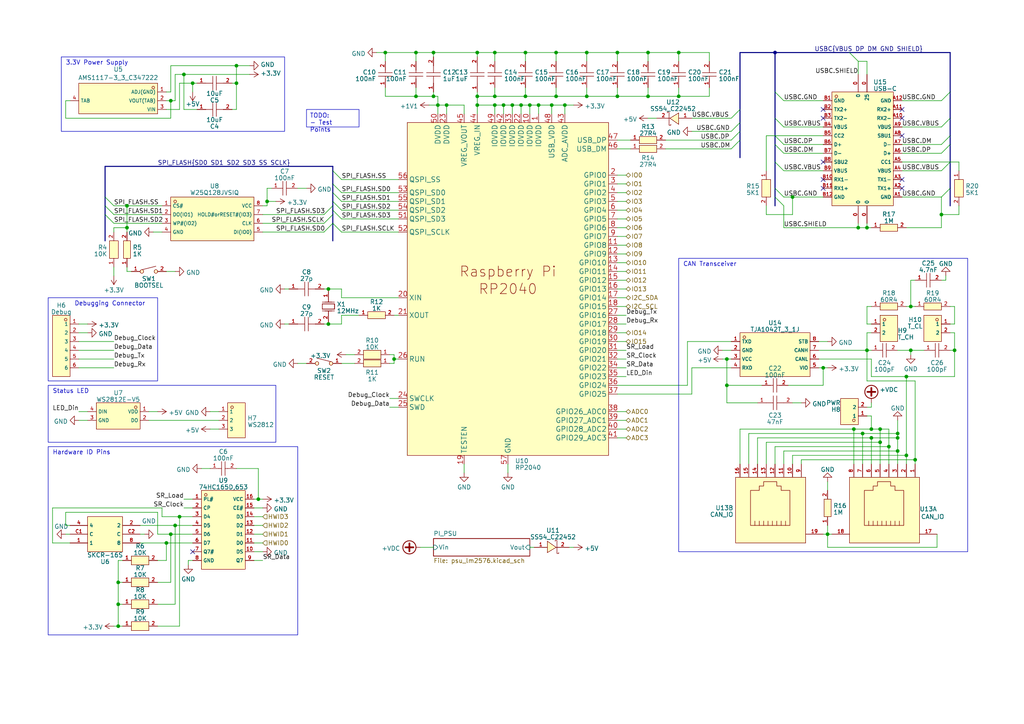
<source format=kicad_sch>
(kicad_sch (version 20230121) (generator eeschema)
  (paper "A4")
  (title_block (title "Pi RP2040 MCU") (date "2024-01-10") (rev "0") (company "DrinkRobotics") (comment 1 "https://git.xythobuz.de/thomas/Dispensy") (comment 3 "PCB Thickness: 1mm") (comment 4 "DRAFT DRAFT DRAFT DRAFT DRAFT"))
  (junction (at 129.54 30.48))
  (junction (at 125.73 15.24))
  (junction (at 152.4 27.94))
  (junction (at 179.07 15.24))
  (junction (at 52.07 149.86))
  (junction (at 170.18 15.24))
  (junction (at 68.58 24.13))
  (junction (at 53.34 21.59))
  (junction (at 276.86 101.6))
  (junction (at 179.07 27.94))
  (junction (at 114.3 104.14))
  (junction (at 77.47 58.42))
  (junction (at 260.35 130.81))
  (junction (at 55.88 24.13))
  (junction (at 255.27 124.46))
  (junction (at 125.73 27.94))
  (junction (at 248.92 66.04))
  (junction (at 146.05 30.48))
  (junction (at 262.89 132.08))
  (junction (at 138.43 30.48))
  (junction (at 250.19 125.73))
  (junction (at 151.13 30.48))
  (junction (at 252.73 127))
  (junction (at 187.96 27.94))
  (junction (at 163.83 30.48))
  (junction (at 251.46 101.6))
  (junction (at 160.02 30.48))
  (junction (at 247.65 124.46))
  (junction (at 252.73 124.46))
  (junction (at 34.29 181.61))
  (junction (at 74.93 144.78))
  (junction (at 251.46 66.04))
  (junction (at 187.96 15.24))
  (junction (at 161.29 15.24))
  (junction (at 143.51 30.48))
  (junction (at 170.18 27.94))
  (junction (at 264.16 88.9))
  (junction (at 143.51 27.94))
  (junction (at 156.21 30.48))
  (junction (at 273.05 62.23))
  (junction (at 68.58 19.05))
  (junction (at 36.83 59.69))
  (junction (at 238.76 106.68))
  (junction (at 48.26 157.48))
  (junction (at 49.53 29.21))
  (junction (at 196.85 15.24))
  (junction (at 265.43 133.35))
  (junction (at 264.16 101.6))
  (junction (at 262.89 109.22))
  (junction (at 196.85 27.94))
  (junction (at 161.29 27.94))
  (junction (at 95.25 83.82))
  (junction (at 95.25 93.98))
  (junction (at 138.43 27.94))
  (junction (at 50.8 152.4))
  (junction (at 111.76 15.24))
  (junction (at 152.4 15.24))
  (junction (at 34.29 168.91))
  (junction (at 36.83 66.04))
  (junction (at 210.82 111.76))
  (junction (at 224.79 15.24))
  (junction (at 260.35 125.73))
  (junction (at 240.03 154.94))
  (junction (at 255.27 128.27))
  (junction (at 49.53 154.94))
  (junction (at 257.81 129.54))
  (junction (at 143.51 15.24))
  (junction (at 153.67 30.48))
  (junction (at 127 30.48))
  (junction (at 210.82 104.14))
  (junction (at 120.65 15.24))
  (junction (at 229.87 57.15))
  (junction (at 138.43 15.24))
  (junction (at 260.35 127))
  (junction (at 148.59 30.48))
  (junction (at 34.29 175.26))
  (junction (at 120.65 27.94))
  (no_connect (at 238.76 46.99))
  (no_connect (at 238.76 54.61))
  (no_connect (at 238.76 31.75))
  (no_connect (at 55.88 160.02))
  (no_connect (at 261.62 52.07))
  (no_connect (at 238.76 34.29))
  (no_connect (at 261.62 31.75))
  (no_connect (at 261.62 34.29))
  (no_connect (at 261.62 54.61))
  (no_connect (at 238.76 52.07))
  (no_connect (at 261.62 39.37))
  (bus_entry (at 275.59 54.61) (size -2.54 2.54))
  (bus_entry (at 30.48 62.23) (size 2.54 2.54))
  (bus_entry (at 275.59 26.67) (size -2.54 2.54))
  (bus_entry (at 214.63 40.64) (size -2.54 2.54))
  (bus_entry (at 224.79 41.91) (size 2.54 2.54))
  (bus_entry (at 214.63 35.56) (size -2.54 2.54))
  (bus_entry (at 96.52 55.88) (size 2.54 2.54))
  (bus_entry (at 30.48 59.69) (size 2.54 2.54))
  (bus_entry (at 224.79 54.61) (size 2.54 2.54))
  (bus_entry (at 96.52 64.77) (size 2.54 2.54))
  (bus_entry (at 224.79 26.67) (size 2.54 2.54))
  (bus_entry (at 96.52 58.42) (size 2.54 2.54))
  (bus_entry (at 96.52 64.77) (size -2.54 2.54))
  (bus_entry (at 275.59 46.99) (size -2.54 2.54))
  (bus_entry (at 224.79 34.29) (size 2.54 2.54))
  (bus_entry (at 275.59 39.37) (size -2.54 2.54))
  (bus_entry (at 96.52 59.69) (size -2.54 2.54))
  (bus_entry (at 224.79 39.37) (size 2.54 2.54))
  (bus_entry (at 275.59 34.29) (size -2.54 2.54))
  (bus_entry (at 96.52 60.96) (size 2.54 2.54))
  (bus_entry (at 30.48 57.15) (size 2.54 2.54))
  (bus_entry (at 96.52 49.53) (size 2.54 2.54))
  (bus_entry (at 275.59 41.91) (size -2.54 2.54))
  (bus_entry (at 214.63 31.75) (size -2.54 2.54))
  (bus_entry (at 96.52 53.34) (size 2.54 2.54))
  (bus_entry (at 224.79 57.15) (size 2.54 2.54))
  (bus_entry (at 96.52 62.23) (size -2.54 2.54))
  (bus_entry (at 246.38 15.24) (size 2.54 2.54))
  (bus_entry (at 214.63 38.1) (size -2.54 2.54))
  (bus_entry (at 224.79 46.99) (size 2.54 2.54))
  (bus (pts (xy 96.52 64.77) (xy 96.52 69.85)))
  (wire (pts (xy 22.86 99.06) (xy 33.02 99.06)))
  (wire (pts (xy 52.07 24.13) (xy 55.88 24.13)))
  (wire (pts (xy 229.87 134.62) (xy 229.87 132.08)))
  (wire (pts (xy 99.06 67.31) (xy 115.57 67.31)))
  (wire (pts (xy 52.07 31.75) (xy 52.07 24.13)))
  (wire (pts (xy 262.89 109.22) (xy 276.86 109.22)))
  (wire (pts (xy 114.3 91.44) (xy 115.57 91.44)))
  (wire (pts (xy 196.85 15.24) (xy 196.85 17.78)))
  (wire (pts (xy 227.33 130.81) (xy 260.35 130.81)))
  (wire (pts (xy 143.51 30.48) (xy 143.51 33.02)))
  (wire (pts (xy 25.4 121.92) (xy 22.86 121.92)))
  (wire (pts (xy 163.83 30.48) (xy 166.37 30.48)))
  (wire (pts (xy 22.86 104.14) (xy 33.02 104.14)))
  (wire (pts (xy 143.51 30.48) (xy 146.05 30.48)))
  (wire (pts (xy 278.13 62.23) (xy 273.05 62.23)))
  (wire (pts (xy 36.83 78.74) (xy 38.1 78.74)))
  (wire (pts (xy 45.72 148.59) (xy 45.72 154.94)))
  (wire (pts (xy 125.73 15.24) (xy 120.65 15.24)))
  (bus (pts (xy 214.63 15.24) (xy 214.63 31.75)))
  (wire (pts (xy 217.17 125.73) (xy 250.19 125.73)))
  (wire (pts (xy 252.73 109.22) (xy 262.89 109.22)))
  (wire (pts (xy 264.16 101.6) (xy 267.97 101.6)))
  (wire (pts (xy 55.88 24.13) (xy 57.15 24.13)))
  (wire (pts (xy 146.05 33.02) (xy 146.05 30.48)))
  (wire (pts (xy 227.33 36.83) (xy 238.76 36.83)))
  (wire (pts (xy 153.67 158.75) (xy 154.94 158.75)))
  (wire (pts (xy 205.74 15.24) (xy 205.74 17.78)))
  (bus (pts (xy 275.59 15.24) (xy 275.59 26.67)))
  (wire (pts (xy 48.26 78.74) (xy 50.8 78.74)))
  (wire (pts (xy 179.07 53.34) (xy 181.61 53.34)))
  (wire (pts (xy 278.13 59.69) (xy 278.13 62.23)))
  (wire (pts (xy 220.98 111.76) (xy 210.82 111.76)))
  (wire (pts (xy 19.05 152.4) (xy 19.05 148.59)))
  (wire (pts (xy 15.24 157.48) (xy 15.24 147.32)))
  (wire (pts (xy 95.25 83.82) (xy 99.06 83.82)))
  (wire (pts (xy 143.51 27.94) (xy 152.4 27.94)))
  (wire (pts (xy 179.07 93.98) (xy 181.61 93.98)))
  (wire (pts (xy 161.29 15.24) (xy 161.29 17.78)))
  (wire (pts (xy 40.64 152.4) (xy 50.8 152.4)))
  (wire (pts (xy 43.18 121.92) (xy 63.5 121.92)))
  (wire (pts (xy 200.66 114.3) (xy 200.66 106.68)))
  (wire (pts (xy 227.33 29.21) (xy 238.76 29.21)))
  (bus (pts (xy 224.79 15.24) (xy 214.63 15.24)))
  (wire (pts (xy 151.13 30.48) (xy 153.67 30.48)))
  (wire (pts (xy 99.06 63.5) (xy 115.57 63.5)))
  (wire (pts (xy 248.92 64.77) (xy 248.92 66.04)))
  (wire (pts (xy 22.86 96.52) (xy 25.4 96.52)))
  (wire (pts (xy 127 33.02) (xy 127 30.48)))
  (bus (pts (xy 96.52 59.69) (xy 96.52 60.96)))
  (wire (pts (xy 222.25 134.62) (xy 222.25 128.27)))
  (wire (pts (xy 227.33 59.69) (xy 227.33 66.04)))
  (bus (pts (xy 96.52 53.34) (xy 96.52 55.88)))
  (wire (pts (xy 196.85 27.94) (xy 205.74 27.94)))
  (wire (pts (xy 179.07 101.6) (xy 181.61 101.6)))
  (wire (pts (xy 179.07 27.94) (xy 187.96 27.94)))
  (wire (pts (xy 179.07 86.36) (xy 181.61 86.36)))
  (bus (pts (xy 96.52 48.26) (xy 30.48 48.26)))
  (wire (pts (xy 127 27.94) (xy 127 30.48)))
  (wire (pts (xy 210.82 111.76) (xy 210.82 104.14)))
  (wire (pts (xy 265.43 133.35) (xy 265.43 134.62)))
  (wire (pts (xy 121.92 158.75) (xy 125.73 158.75)))
  (wire (pts (xy 57.15 31.75) (xy 53.34 31.75)))
  (bus (pts (xy 96.52 49.53) (xy 96.52 53.34)))
  (wire (pts (xy 78.74 54.61) (xy 77.47 54.61)))
  (wire (pts (xy 260.35 125.73) (xy 260.35 127)))
  (wire (pts (xy 222.25 49.53) (xy 222.25 39.37)))
  (wire (pts (xy 179.07 68.58) (xy 181.61 68.58)))
  (wire (pts (xy 179.07 124.46) (xy 181.61 124.46)))
  (bus (pts (xy 275.59 46.99) (xy 275.59 54.61)))
  (wire (pts (xy 179.07 15.24) (xy 179.07 17.78)))
  (wire (pts (xy 252.73 96.52) (xy 251.46 96.52)))
  (wire (pts (xy 187.96 27.94) (xy 196.85 27.94)))
  (wire (pts (xy 219.71 134.62) (xy 219.71 127)))
  (bus (pts (xy 224.79 15.24) (xy 246.38 15.24)))
  (wire (pts (xy 179.07 63.5) (xy 181.61 63.5)))
  (wire (pts (xy 152.4 25.4) (xy 152.4 27.94)))
  (wire (pts (xy 257.81 129.54) (xy 257.81 124.46)))
  (wire (pts (xy 134.62 30.48) (xy 129.54 30.48)))
  (wire (pts (xy 34.29 175.26) (xy 34.29 181.61)))
  (wire (pts (xy 222.25 128.27) (xy 255.27 128.27)))
  (wire (pts (xy 73.66 157.48) (xy 76.2 157.48)))
  (wire (pts (xy 199.39 99.06) (xy 212.09 99.06)))
  (wire (pts (xy 227.33 49.53) (xy 238.76 49.53)))
  (wire (pts (xy 73.66 147.32) (xy 76.2 147.32)))
  (wire (pts (xy 179.07 127) (xy 181.61 127)))
  (wire (pts (xy 50.8 152.4) (xy 55.88 152.4)))
  (wire (pts (xy 19.05 154.94) (xy 20.32 154.94)))
  (wire (pts (xy 261.62 29.21) (xy 273.05 29.21)))
  (wire (pts (xy 229.87 116.84) (xy 232.41 116.84)))
  (wire (pts (xy 34.29 162.56) (xy 34.29 168.91)))
  (wire (pts (xy 179.07 25.4) (xy 179.07 27.94)))
  (wire (pts (xy 111.76 27.94) (xy 120.65 27.94)))
  (wire (pts (xy 227.33 57.15) (xy 229.87 57.15)))
  (wire (pts (xy 20.32 29.21) (xy 19.05 29.21)))
  (bus (pts (xy 30.48 62.23) (xy 30.48 69.85)))
  (wire (pts (xy 148.59 30.48) (xy 151.13 30.48)))
  (bus (pts (xy 224.79 54.61) (xy 224.79 46.99)))
  (wire (pts (xy 224.79 39.37) (xy 238.76 39.37)))
  (wire (pts (xy 222.25 59.69) (xy 222.25 62.23)))
  (wire (pts (xy 99.06 60.96) (xy 115.57 60.96)))
  (wire (pts (xy 48.26 157.48) (xy 55.88 157.48)))
  (wire (pts (xy 53.34 144.78) (xy 55.88 144.78)))
  (bus (pts (xy 275.59 54.61) (xy 275.59 59.69)))
  (wire (pts (xy 210.82 116.84) (xy 210.82 111.76)))
  (wire (pts (xy 152.4 27.94) (xy 161.29 27.94)))
  (wire (pts (xy 261.62 36.83) (xy 273.05 36.83)))
  (wire (pts (xy 271.78 154.94) (xy 271.78 158.75)))
  (wire (pts (xy 247.65 124.46) (xy 247.65 134.62)))
  (wire (pts (xy 33.02 64.77) (xy 46.99 64.77)))
  (wire (pts (xy 36.83 59.69) (xy 46.99 59.69)))
  (wire (pts (xy 35.56 181.61) (xy 34.29 181.61)))
  (wire (pts (xy 33.02 62.23) (xy 46.99 62.23)))
  (wire (pts (xy 68.58 135.89) (xy 74.93 135.89)))
  (wire (pts (xy 260.35 121.92) (xy 260.35 125.73)))
  (wire (pts (xy 238.76 154.94) (xy 240.03 154.94)))
  (wire (pts (xy 68.58 19.05) (xy 72.39 19.05)))
  (wire (pts (xy 240.03 154.94) (xy 241.3 154.94)))
  (wire (pts (xy 261.62 44.45) (xy 273.05 44.45)))
  (wire (pts (xy 77.47 58.42) (xy 77.47 59.69)))
  (wire (pts (xy 252.73 104.14) (xy 252.73 109.22)))
  (wire (pts (xy 273.05 66.04) (xy 273.05 62.23)))
  (wire (pts (xy 113.03 102.87) (xy 114.3 102.87)))
  (wire (pts (xy 187.96 15.24) (xy 187.96 17.78)))
  (wire (pts (xy 36.83 59.69) (xy 36.83 66.04)))
  (bus (pts (xy 275.59 26.67) (xy 275.59 34.29)))
  (wire (pts (xy 251.46 101.6) (xy 251.46 110.49)))
  (wire (pts (xy 153.67 30.48) (xy 153.67 33.02)))
  (wire (pts (xy 193.04 40.64) (xy 212.09 40.64)))
  (wire (pts (xy 209.55 104.14) (xy 210.82 104.14)))
  (wire (pts (xy 113.03 118.11) (xy 115.57 118.11)))
  (wire (pts (xy 271.78 158.75) (xy 240.03 158.75)))
  (bus (pts (xy 214.63 40.64) (xy 214.63 45.72)))
  (wire (pts (xy 196.85 25.4) (xy 196.85 27.94)))
  (wire (pts (xy 200.66 106.68) (xy 212.09 106.68)))
  (wire (pts (xy 170.18 25.4) (xy 170.18 27.94)))
  (bus (pts (xy 30.48 59.69) (xy 30.48 62.23)))
  (bus (pts (xy 275.59 34.29) (xy 275.59 39.37)))
  (bus (pts (xy 224.79 46.99) (xy 224.79 41.91)))
  (wire (pts (xy 276.86 96.52) (xy 276.86 101.6)))
  (wire (pts (xy 170.18 27.94) (xy 179.07 27.94)))
  (wire (pts (xy 275.59 101.6) (xy 276.86 101.6)))
  (wire (pts (xy 36.83 77.47) (xy 36.83 78.74)))
  (wire (pts (xy 48.26 31.75) (xy 52.07 31.75)))
  (wire (pts (xy 222.25 62.23) (xy 229.87 62.23)))
  (wire (pts (xy 33.02 77.47) (xy 33.02 80.01)))
  (wire (pts (xy 46.99 149.86) (xy 52.07 149.86)))
  (wire (pts (xy 34.29 168.91) (xy 35.56 168.91)))
  (wire (pts (xy 77.47 54.61) (xy 77.47 58.42)))
  (wire (pts (xy 148.59 30.48) (xy 148.59 33.02)))
  (wire (pts (xy 134.62 134.62) (xy 134.62 137.16)))
  (wire (pts (xy 45.72 181.61) (xy 52.07 181.61)))
  (wire (pts (xy 152.4 15.24) (xy 152.4 17.78)))
  (wire (pts (xy 113.03 105.41) (xy 114.3 105.41)))
  (wire (pts (xy 273.05 62.23) (xy 273.05 57.15)))
  (wire (pts (xy 48.26 162.56) (xy 48.26 157.48)))
  (wire (pts (xy 238.76 111.76) (xy 238.76 106.68)))
  (wire (pts (xy 45.72 119.38) (xy 43.18 119.38)))
  (wire (pts (xy 22.86 93.98) (xy 25.4 93.98)))
  (wire (pts (xy 114.3 104.14) (xy 115.57 104.14)))
  (wire (pts (xy 68.58 24.13) (xy 68.58 19.05)))
  (wire (pts (xy 251.46 66.04) (xy 252.73 66.04)))
  (wire (pts (xy 179.07 60.96) (xy 181.61 60.96)))
  (wire (pts (xy 161.29 27.94) (xy 170.18 27.94)))
  (wire (pts (xy 127 30.48) (xy 129.54 30.48)))
  (wire (pts (xy 22.86 101.6) (xy 33.02 101.6)))
  (wire (pts (xy 99.06 58.42) (xy 115.57 58.42)))
  (wire (pts (xy 252.73 127) (xy 260.35 127)))
  (wire (pts (xy 48.26 26.67) (xy 49.53 26.67)))
  (wire (pts (xy 170.18 15.24) (xy 170.18 17.78)))
  (wire (pts (xy 88.9 105.41) (xy 86.36 105.41)))
  (wire (pts (xy 170.18 15.24) (xy 179.07 15.24)))
  (wire (pts (xy 111.76 17.78) (xy 111.76 15.24)))
  (wire (pts (xy 251.46 21.59) (xy 251.46 17.78)))
  (wire (pts (xy 179.07 71.12) (xy 181.61 71.12)))
  (wire (pts (xy 237.49 99.06) (xy 240.03 99.06)))
  (wire (pts (xy 250.19 125.73) (xy 250.19 134.62)))
  (wire (pts (xy 77.47 58.42) (xy 80.01 58.42)))
  (wire (pts (xy 260.35 130.81) (xy 260.35 134.62)))
  (wire (pts (xy 275.59 96.52) (xy 276.86 96.52)))
  (wire (pts (xy 60.96 124.46) (xy 63.5 124.46)))
  (wire (pts (xy 257.81 129.54) (xy 257.81 134.62)))
  (wire (pts (xy 238.76 106.68) (xy 240.03 106.68)))
  (wire (pts (xy 224.79 134.62) (xy 224.79 129.54)))
  (wire (pts (xy 76.2 67.31) (xy 93.98 67.31)))
  (wire (pts (xy 179.07 73.66) (xy 181.61 73.66)))
  (wire (pts (xy 193.04 43.18) (xy 212.09 43.18)))
  (wire (pts (xy 49.53 29.21) (xy 50.8 29.21)))
  (wire (pts (xy 138.43 30.48) (xy 143.51 30.48)))
  (wire (pts (xy 125.73 15.24) (xy 138.43 15.24)))
  (wire (pts (xy 187.96 25.4) (xy 187.96 27.94)))
  (wire (pts (xy 214.63 134.62) (xy 214.63 124.46)))
  (bus (pts (xy 96.52 48.26) (xy 96.52 49.53)))
  (wire (pts (xy 251.46 120.65) (xy 252.73 120.65)))
  (wire (pts (xy 156.21 30.48) (xy 160.02 30.48)))
  (wire (pts (xy 138.43 33.02) (xy 138.43 30.48)))
  (wire (pts (xy 260.35 101.6) (xy 264.16 101.6)))
  (wire (pts (xy 40.64 157.48) (xy 48.26 157.48)))
  (wire (pts (xy 179.07 43.18) (xy 182.88 43.18)))
  (wire (pts (xy 74.93 135.89) (xy 74.93 144.78)))
  (bus (pts (xy 224.79 41.91) (xy 224.79 39.37)))
  (wire (pts (xy 35.56 162.56) (xy 34.29 162.56)))
  (wire (pts (xy 251.46 101.6) (xy 252.73 101.6)))
  (wire (pts (xy 76.2 64.77) (xy 93.98 64.77)))
  (wire (pts (xy 260.35 127) (xy 260.35 130.81)))
  (wire (pts (xy 237.49 104.14) (xy 252.73 104.14)))
  (wire (pts (xy 187.96 34.29) (xy 190.5 34.29)))
  (wire (pts (xy 251.46 88.9) (xy 251.46 93.98)))
  (wire (pts (xy 161.29 25.4) (xy 161.29 27.94)))
  (wire (pts (xy 73.66 144.78) (xy 74.93 144.78)))
  (wire (pts (xy 179.07 15.24) (xy 187.96 15.24)))
  (wire (pts (xy 251.46 96.52) (xy 251.46 101.6)))
  (wire (pts (xy 45.72 154.94) (xy 49.53 154.94)))
  (wire (pts (xy 49.53 34.29) (xy 49.53 29.21)))
  (bus (pts (xy 96.52 60.96) (xy 96.52 62.23)))
  (wire (pts (xy 219.71 116.84) (xy 210.82 116.84)))
  (wire (pts (xy 179.07 76.2) (xy 181.61 76.2)))
  (wire (pts (xy 99.06 91.44) (xy 104.14 91.44)))
  (wire (pts (xy 219.71 127) (xy 252.73 127)))
  (wire (pts (xy 19.05 34.29) (xy 49.53 34.29)))
  (bus (pts (xy 224.79 57.15) (xy 224.79 54.61)))
  (wire (pts (xy 196.85 15.24) (xy 205.74 15.24)))
  (wire (pts (xy 199.39 111.76) (xy 199.39 99.06)))
  (bus (pts (xy 214.63 31.75) (xy 214.63 35.56)))
  (wire (pts (xy 200.66 38.1) (xy 212.09 38.1)))
  (wire (pts (xy 255.27 128.27) (xy 255.27 134.62)))
  (wire (pts (xy 124.46 30.48) (xy 127 30.48)))
  (wire (pts (xy 52.07 181.61) (xy 52.07 149.86)))
  (wire (pts (xy 93.98 93.98) (xy 95.25 93.98)))
  (wire (pts (xy 138.43 26.67) (xy 138.43 27.94)))
  (wire (pts (xy 261.62 49.53) (xy 273.05 49.53)))
  (wire (pts (xy 163.83 33.02) (xy 163.83 30.48)))
  (wire (pts (xy 138.43 15.24) (xy 143.51 15.24)))
  (wire (pts (xy 52.07 149.86) (xy 55.88 149.86)))
  (wire (pts (xy 99.06 55.88) (xy 115.57 55.88)))
  (wire (pts (xy 179.07 40.64) (xy 182.88 40.64)))
  (wire (pts (xy 151.13 30.48) (xy 151.13 33.02)))
  (wire (pts (xy 76.2 62.23) (xy 93.98 62.23)))
  (wire (pts (xy 276.86 93.98) (xy 275.59 93.98)))
  (wire (pts (xy 68.58 31.75) (xy 68.58 24.13)))
  (wire (pts (xy 99.06 93.98) (xy 99.06 91.44)))
  (wire (pts (xy 209.55 101.6) (xy 212.09 101.6)))
  (wire (pts (xy 247.65 124.46) (xy 252.73 124.46)))
  (wire (pts (xy 33.02 181.61) (xy 34.29 181.61)))
  (wire (pts (xy 210.82 104.14) (xy 212.09 104.14)))
  (wire (pts (xy 237.49 106.68) (xy 238.76 106.68)))
  (wire (pts (xy 252.73 118.11) (xy 252.73 116.84)))
  (wire (pts (xy 49.53 168.91) (xy 49.53 154.94)))
  (wire (pts (xy 99.06 83.82) (xy 99.06 86.36)))
  (wire (pts (xy 274.32 81.28) (xy 274.32 80.01)))
  (wire (pts (xy 264.16 81.28) (xy 264.16 88.9)))
  (wire (pts (xy 54.61 162.56) (xy 54.61 163.83)))
  (wire (pts (xy 265.43 110.49) (xy 265.43 133.35)))
  (wire (pts (xy 120.65 25.4) (xy 120.65 27.94)))
  (wire (pts (xy 93.98 83.82) (xy 95.25 83.82)))
  (wire (pts (xy 73.66 149.86) (xy 76.2 149.86)))
  (wire (pts (xy 179.07 121.92) (xy 181.61 121.92)))
  (wire (pts (xy 60.96 119.38) (xy 63.5 119.38)))
  (wire (pts (xy 227.33 44.45) (xy 238.76 44.45)))
  (wire (pts (xy 179.07 50.8) (xy 181.61 50.8)))
  (wire (pts (xy 248.92 66.04) (xy 251.46 66.04)))
  (wire (pts (xy 179.07 91.44) (xy 181.61 91.44)))
  (wire (pts (xy 55.88 26.67) (xy 55.88 24.13)))
  (wire (pts (xy 275.59 88.9) (xy 276.86 88.9)))
  (wire (pts (xy 22.86 119.38) (xy 25.4 119.38)))
  (wire (pts (xy 161.29 15.24) (xy 170.18 15.24)))
  (wire (pts (xy 40.64 154.94) (xy 41.91 154.94)))
  (wire (pts (xy 46.99 147.32) (xy 46.99 149.86)))
  (wire (pts (xy 179.07 83.82) (xy 181.61 83.82)))
  (wire (pts (xy 45.72 175.26) (xy 50.8 175.26)))
  (wire (pts (xy 138.43 27.94) (xy 143.51 27.94)))
  (wire (pts (xy 240.03 158.75) (xy 240.03 154.94)))
  (wire (pts (xy 251.46 110.49) (xy 265.43 110.49)))
  (wire (pts (xy 179.07 81.28) (xy 181.61 81.28)))
  (wire (pts (xy 95.25 93.98) (xy 99.06 93.98)))
  (wire (pts (xy 237.49 101.6) (xy 251.46 101.6)))
  (wire (pts (xy 147.32 134.62) (xy 147.32 137.16)))
  (wire (pts (xy 109.22 15.24) (xy 111.76 15.24)))
  (wire (pts (xy 222.25 39.37) (xy 224.79 39.37)))
  (bus (pts (xy 246.38 15.24) (xy 275.59 15.24)))
  (wire (pts (xy 73.66 162.56) (xy 76.2 162.56)))
  (wire (pts (xy 251.46 93.98) (xy 252.73 93.98)))
  (wire (pts (xy 278.13 49.53) (xy 278.13 46.99)))
  (wire (pts (xy 44.45 67.31) (xy 46.99 67.31)))
  (wire (pts (xy 153.67 30.48) (xy 156.21 30.48)))
  (wire (pts (xy 53.34 147.32) (xy 55.88 147.32)))
  (wire (pts (xy 152.4 15.24) (xy 161.29 15.24)))
  (wire (pts (xy 179.07 96.52) (xy 181.61 96.52)))
  (wire (pts (xy 19.05 148.59) (xy 45.72 148.59)))
  (bus (pts (xy 214.63 35.56) (xy 214.63 38.1)))
  (bus (pts (xy 96.52 58.42) (xy 96.52 59.69)))
  (wire (pts (xy 232.41 133.35) (xy 265.43 133.35)))
  (wire (pts (xy 111.76 15.24) (xy 120.65 15.24)))
  (wire (pts (xy 55.88 162.56) (xy 54.61 162.56)))
  (wire (pts (xy 187.96 15.24) (xy 196.85 15.24)))
  (wire (pts (xy 229.87 62.23) (xy 229.87 57.15)))
  (wire (pts (xy 82.55 83.82) (xy 83.82 83.82)))
  (wire (pts (xy 125.73 16.51) (xy 125.73 15.24)))
  (wire (pts (xy 160.02 30.48) (xy 160.02 33.02)))
  (wire (pts (xy 50.8 21.59) (xy 50.8 29.21)))
  (wire (pts (xy 19.05 29.21) (xy 19.05 34.29)))
  (bus (pts (xy 30.48 48.26) (xy 30.48 57.15)))
  (wire (pts (xy 248.92 17.78) (xy 251.46 17.78)))
  (wire (pts (xy 143.51 15.24) (xy 143.51 17.78)))
  (wire (pts (xy 276.86 88.9) (xy 276.86 93.98)))
  (wire (pts (xy 252.73 127) (xy 252.73 134.62)))
  (wire (pts (xy 49.53 154.94) (xy 55.88 154.94)))
  (bus (pts (xy 224.79 59.69) (xy 224.79 57.15)))
  (wire (pts (xy 227.33 41.91) (xy 238.76 41.91)))
  (wire (pts (xy 179.07 66.04) (xy 181.61 66.04)))
  (wire (pts (xy 232.41 134.62) (xy 232.41 133.35)))
  (bus (pts (xy 275.59 41.91) (xy 275.59 46.99)))
  (wire (pts (xy 49.53 19.05) (xy 68.58 19.05)))
  (wire (pts (xy 114.3 105.41) (xy 114.3 104.14)))
  (wire (pts (xy 240.03 152.4) (xy 240.03 154.94)))
  (wire (pts (xy 15.24 147.32) (xy 46.99 147.32)))
  (wire (pts (xy 228.6 111.76) (xy 238.76 111.76)))
  (wire (pts (xy 67.31 24.13) (xy 68.58 24.13)))
  (wire (pts (xy 160.02 30.48) (xy 163.83 30.48)))
  (wire (pts (xy 125.73 27.94) (xy 125.73 26.67)))
  (wire (pts (xy 73.66 160.02) (xy 76.2 160.02)))
  (wire (pts (xy 113.03 115.57) (xy 115.57 115.57)))
  (wire (pts (xy 36.83 66.04) (xy 36.83 67.31)))
  (wire (pts (xy 262.89 109.22) (xy 262.89 132.08)))
  (wire (pts (xy 261.62 57.15) (xy 273.05 57.15)))
  (wire (pts (xy 33.02 67.31) (xy 33.02 66.04)))
  (wire (pts (xy 114.3 102.87) (xy 114.3 104.14)))
  (bus (pts (xy 275.59 39.37) (xy 275.59 41.91)))
  (wire (pts (xy 255.27 124.46) (xy 255.27 128.27)))
  (wire (pts (xy 265.43 81.28) (xy 264.16 81.28)))
  (bus (pts (xy 30.48 57.15) (xy 30.48 59.69)))
  (wire (pts (xy 261.62 41.91) (xy 273.05 41.91)))
  (wire (pts (xy 86.36 54.61) (xy 88.9 54.61)))
  (wire (pts (xy 67.31 31.75) (xy 68.58 31.75)))
  (wire (pts (xy 179.07 111.76) (xy 199.39 111.76)))
  (wire (pts (xy 261.62 46.99) (xy 275.59 46.99)))
  (bus (pts (xy 224.79 15.24) (xy 224.79 26.67)))
  (bus (pts (xy 96.52 55.88) (xy 96.52 58.42)))
  (wire (pts (xy 129.54 30.48) (xy 129.54 33.02)))
  (wire (pts (xy 252.73 124.46) (xy 255.27 124.46)))
  (wire (pts (xy 251.46 64.77) (xy 251.46 66.04)))
  (wire (pts (xy 156.21 30.48) (xy 156.21 33.02)))
  (wire (pts (xy 34.29 175.26) (xy 34.29 168.91)))
  (wire (pts (xy 262.89 88.9) (xy 264.16 88.9)))
  (wire (pts (xy 73.66 154.94) (xy 76.2 154.94)))
  (wire (pts (xy 134.62 33.02) (xy 134.62 30.48)))
  (wire (pts (xy 143.51 15.24) (xy 152.4 15.24)))
  (wire (pts (xy 74.93 144.78) (xy 76.2 144.78)))
  (wire (pts (xy 179.07 58.42) (xy 181.61 58.42)))
  (wire (pts (xy 76.2 59.69) (xy 77.47 59.69)))
  (wire (pts (xy 251.46 118.11) (xy 252.73 118.11)))
  (wire (pts (xy 240.03 139.7) (xy 240.03 142.24)))
  (wire (pts (xy 99.06 86.36) (xy 115.57 86.36)))
  (wire (pts (xy 227.33 134.62) (xy 227.33 130.81)))
  (wire (pts (xy 45.72 168.91) (xy 49.53 168.91)))
  (wire (pts (xy 179.07 106.68) (xy 181.61 106.68)))
  (wire (pts (xy 138.43 16.51) (xy 138.43 15.24)))
  (wire (pts (xy 120.65 27.94) (xy 125.73 27.94)))
  (wire (pts (xy 58.42 135.89) (xy 60.96 135.89)))
  (wire (pts (xy 179.07 114.3) (xy 200.66 114.3)))
  (wire (pts (xy 200.66 34.29) (xy 212.09 34.29)))
  (wire (pts (xy 255.27 124.46) (xy 257.81 124.46)))
  (wire (pts (xy 179.07 104.14) (xy 181.61 104.14)))
  (wire (pts (xy 120.65 15.24) (xy 120.65 17.78)))
  (wire (pts (xy 248.92 17.78) (xy 248.92 21.59)))
  (bus (pts (xy 224.79 39.37) (xy 224.79 34.29)))
  (wire (pts (xy 20.32 152.4) (xy 19.05 152.4)))
  (wire (pts (xy 50.8 175.26) (xy 50.8 152.4)))
  (wire (pts (xy 146.05 30.48) (xy 148.59 30.48)))
  (wire (pts (xy 49.53 29.21) (xy 48.26 29.21)))
  (bus (pts (xy 224.79 34.29) (xy 224.79 26.67)))
  (wire (pts (xy 229.87 132.08) (xy 262.89 132.08)))
  (wire (pts (xy 214.63 124.46) (xy 247.65 124.46)))
  (wire (pts (xy 73.66 152.4) (xy 76.2 152.4)))
  (wire (pts (xy 262.89 132.08) (xy 262.89 134.62)))
  (wire (pts (xy 179.07 55.88) (xy 181.61 55.88)))
  (wire (pts (xy 102.87 105.41) (xy 99.06 105.41)))
  (wire (pts (xy 125.73 27.94) (xy 127 27.94)))
  (wire (pts (xy 264.16 88.9) (xy 265.43 88.9)))
  (wire (pts (xy 165.1 158.75) (xy 166.37 158.75)))
  (wire (pts (xy 179.07 109.22) (xy 181.61 109.22)))
  (wire (pts (xy 20.32 157.48) (xy 15.24 157.48)))
  (wire (pts (xy 99.06 52.07) (xy 115.57 52.07)))
  (wire (pts (xy 250.19 125.73) (xy 260.35 125.73)))
  (wire (pts (xy 33.02 59.69) (xy 36.83 59.69)))
  (wire (pts (xy 229.87 57.15) (xy 238.76 57.15)))
  (wire (pts (xy 53.34 21.59) (xy 72.39 21.59)))
  (wire (pts (xy 35.56 175.26) (xy 34.29 175.26)))
  (bus (pts (xy 96.52 62.23) (xy 96.52 64.77)))
  (wire (pts (xy 224.79 129.54) (xy 257.81 129.54)))
  (wire (pts (xy 252.73 120.65) (xy 252.73 124.46)))
  (wire (pts (xy 273.05 81.28) (xy 274.32 81.28)))
  (bus (pts (xy 214.63 38.1) (xy 214.63 40.64)))
  (wire (pts (xy 275.59 46.99) (xy 278.13 46.99)))
  (wire (pts (xy 276.86 109.22) (xy 276.86 101.6)))
  (wire (pts (xy 100.33 102.87) (xy 102.87 102.87)))
  (wire (pts (xy 82.55 93.98) (xy 83.82 93.98)))
  (wire (pts (xy 22.86 106.68) (xy 33.02 106.68)))
  (wire (pts (xy 179.07 99.06) (xy 181.61 99.06)))
  (wire (pts (xy 205.74 27.94) (xy 205.74 25.4)))
  (wire (pts (xy 53.34 21.59) (xy 53.34 31.75)))
  (wire (pts (xy 262.89 66.04) (xy 273.05 66.04)))
  (wire (pts (xy 49.53 26.67) (xy 49.53 19.05)))
  (wire (pts (xy 50.8 21.59) (xy 53.34 21.59)))
  (wire (pts (xy 227.33 66.04) (xy 248.92 66.04)))
  (wire (pts (xy 111.76 25.4) (xy 111.76 27.94)))
  (wire (pts (xy 264.16 101.6) (xy 264.16 102.87)))
  (wire (pts (xy 179.07 78.74) (xy 181.61 78.74)))
  (wire (pts (xy 138.43 27.94) (xy 138.43 30.48)))
  (wire (pts (xy 143.51 25.4) (xy 143.51 27.94)))
  (wire (pts (xy 179.07 119.38) (xy 181.61 119.38)))
  (wire (pts (xy 179.07 88.9) (xy 181.61 88.9)))
  (wire (pts (xy 33.02 66.04) (xy 36.83 66.04)))
  (wire (pts (xy 252.73 88.9) (xy 251.46 88.9)))
  (wire (pts (xy 45.72 162.56) (xy 48.26 162.56)))
  (wire (pts (xy 217.17 134.62) (xy 217.17 125.73)))
  (rectangle (start 13.97 111.76) (end 80.01 128.27))
  (rectangle (start 13.97 129.54) (end 86.36 184.15))
  (rectangle (start 13.97 86.36) (end 45.72 110.49))
  (rectangle (start 196.85 74.93) (end 280.67 160.02))
  (rectangle (start 17.78 16.51) (end 82.55 38.1))
  (text_box "TODO:\n- Test Points" (at 88.9 31.75 0) (size 15.24 5.08) (effects (font (size 1.27 1.27)) (justify left top)))
  (text "Hardware ID Pins" (at 15.24 132.08 0) (effects (font (size 1.27 1.27)) (justify left bottom)))
  (text "Debugging Connector" (at 21.59 88.9 0) (effects (font (size 1.27 1.27)) (justify left bottom)))
  (text "CAN Transceiver" (at 198.12 77.47 0) (effects (font (size 1.27 1.27)) (justify left bottom)))
  (text "Status LED" (at 15.24 114.3 0) (effects (font (size 1.27 1.27)) (justify left bottom)))
  (text "3.3V Power Supply" (at 19.05 19.05 0) (effects (font (size 1.27 1.27)) (justify left bottom)))
  (label "SPI_FLASH.SD3" (at 99.06 63.5 0))
  (label "SR_Clock" (at 53.34 147.32 180))
  (label "USBC.VBUS" (at 261.62 49.53 0))
  (label "SPI_FLASH.SD2" (at 33.02 64.77 0))
  (label "Debug_Tx" (at 181.61 91.44 0))
  (label "USBC.GND" (at 261.62 57.15 0))
  (label "SPI_FLASH.SS" (at 99.06 52.07 0))
  (label "USBC{VBUS DP DM GND SHIELD}" (at 236.22 15.24 0))
  (label "Debug_Tx" (at 33.02 104.14 0))
  (label "SPI_FLASH.SCLK" (at 99.06 67.31 0))
  (label "SPI_FLASH.SD0" (at 99.06 55.88 0))
  (label "USBC.DP" (at 227.33 41.91 0))
  (label "USBC.GND" (at 227.33 29.21 0))
  (label "Debug_Clock" (at 33.02 99.06 0))
  (label "SPI_FLASH{SD0 SD1 SD2 SD3 SS SCLK}" (at 45.72 48.26 0))
  (label "Debug_Data" (at 33.02 101.6 0))
  (label "SPI_FLASH.SD1" (at 33.02 62.23 0))
  (label "SPI_FLASH.SCLK" (at 78.74 64.77 0))
  (label "USBC.SHIELD" (at 227.33 66.04 0))
  (label "SPI_FLASH.SS" (at 33.02 59.69 0))
  (label "LED_Din" (at 22.86 119.38 180))
  (label "USBC.GND" (at 261.62 29.21 0))
  (label "SPI_FLASH.SD3" (at 80.01 62.23 0))
  (label "USBC.DP" (at 203.2 40.64 0))
  (label "USBC.DM" (at 203.2 43.18 0))
  (label "USBC.VBUS" (at 200.66 34.29 0))
  (label "USBC.VBUS" (at 227.33 36.83 0))
  (label "Debug_Rx" (at 33.02 106.68 0))
  (label "USBC.GND" (at 227.33 57.15 0))
  (label "SR_Load" (at 53.34 144.78 180))
  (label "USBC.GND" (at 201.93 38.1 0))
  (label "Debug_Data" (at 113.03 118.11 180))
  (label "USBC.VBUS" (at 261.62 36.83 0))
  (label "SR_Data" (at 76.2 162.56 0))
  (label "SR_Load" (at 181.61 101.6 0))
  (label "LED_Din" (at 181.61 109.22 0))
  (label "SPI_FLASH.SD2" (at 99.06 60.96 0))
  (label "USBC.DM" (at 261.62 41.91 0))
  (label "USBC.VBUS" (at 227.33 49.53 0))
  (label "Debug_Clock" (at 113.03 115.57 180))
  (label "USBC.DP" (at 261.62 44.45 0))
  (label "SPI_FLASH.SD0" (at 80.01 67.31 0))
  (label "USBC.DM" (at 227.33 44.45 0))
  (label "SR_Data" (at 181.61 106.68 0))
  (label "USBC.SHIELD" (at 248.92 21.59 180))
  (label "SR_Clock" (at 181.61 104.14 0))
  (label "SPI_FLASH.SD1" (at 99.06 58.42 0))
  (label "Debug_Rx" (at 181.61 93.98 0))
  (hierarchical_label "IO8" (shape bidirectional) (at 181.61 71.12 0))
  (hierarchical_label "ADC1" (shape bidirectional) (at 181.61 121.92 0))
  (hierarchical_label "IO4" (shape bidirectional) (at 181.61 60.96 0))
  (hierarchical_label "IO5" (shape bidirectional) (at 181.61 63.5 0))
  (hierarchical_label "ADC2" (shape bidirectional) (at 181.61 124.46 0))
  (hierarchical_label "IO3" (shape bidirectional) (at 181.61 58.42 0))
  (hierarchical_label "IO2" (shape bidirectional) (at 181.61 55.88 0))
  (hierarchical_label "IO0" (shape bidirectional) (at 181.61 50.8 0))
  (hierarchical_label "IO15" (shape bidirectional) (at 181.61 99.06 0))
  (hierarchical_label "ADC3" (shape bidirectional) (at 181.61 127 0))
  (hierarchical_label "HWID0" (shape input) (at 76.2 157.48 0))
  (hierarchical_label "ADC0" (shape bidirectional) (at 181.61 119.38 0))
  (hierarchical_label "IO12" (shape bidirectional) (at 181.61 81.28 0))
  (hierarchical_label "IO6" (shape bidirectional) (at 181.61 66.04 0))
  (hierarchical_label "IO7" (shape bidirectional) (at 181.61 68.58 0))
  (hierarchical_label "I2C_SDA" (shape bidirectional) (at 181.61 86.36 0))
  (hierarchical_label "IO13" (shape bidirectional) (at 181.61 83.82 0))
  (hierarchical_label "IO10" (shape bidirectional) (at 181.61 76.2 0))
  (hierarchical_label "IO14" (shape bidirectional) (at 181.61 96.52 0))
  (hierarchical_label "IO1" (shape bidirectional) (at 181.61 53.34 0))
  (hierarchical_label "IO11" (shape bidirectional) (at 181.61 78.74 0))
  (hierarchical_label "HWID2" (shape input) (at 76.2 152.4 0))
  (hierarchical_label "I2C_SCL" (shape bidirectional) (at 181.61 88.9 0))
  (hierarchical_label "IO9" (shape bidirectional) (at 181.61 73.66 0))
  (hierarchical_label "HWID3" (shape input) (at 76.2 149.86 0))
  (hierarchical_label "HWID1" (shape input) (at 76.2 154.94 0))
  (symbol (lib_id "power:GND") (at 264.16 102.87 0) (unit 1)
    (property "Reference" "#PWR067" (effects hide))
    (property "Value" "GND" (at 264.16 107.0055 0))
  )
  (symbol (lib_id "power:GND") (at 54.61 163.83 0) (unit 1)
    (property "Reference" "#PWR035" (effects hide))
    (property "Value" "GND" (at 54.61 167.9655 0))
  )
  (symbol (lib_id "jlc:C0402C0G270G500NTB") (at 88.9 83.82 0) (unit 1)
    (property "Reference" "C8" (at 88.9 78.9051 0))
    (property "Value" "27p" (at 88.9 80.8261 0))
    (property "Footprint" "jlc_footprints:C0402" (effects hide))
    (property "Datasheet" "https://item.szlcsc.com/15869.html" (effects hide))
    (property "LCSC" "C140675" (effects hide))
    (property "Capacitance" "27pF" (effects hide))
  )
  (symbol (lib_id "power:GND") (at 72.39 19.05 90) (mirror x) (unit 1)
    (property "Reference" "#PWR037" (effects hide))
    (property "Value" "GND" (at 75.565 18.7332 90) (effects (justify right)))
  )
  (symbol (lib_id "power:+3.3V") (at 100.33 102.87 90) (unit 1)
    (property "Reference" "#PWR049" (effects hide))
    (property "Value" "+3.3V" (at 95.885 103.1868 90) (effects (justify left)))
  )
  (symbol (lib_id "jlc:GCM155R71H473KE02J") (at 224.79 116.84 0) (unit 1)
    (property "Reference" "C23" (at 224.79 120.4675 0))
    (property "Value" "47nF" (at 224.79 122.3885 0))
    (property "Footprint" "jlc_footprints:C0402" (effects hide))
    (property "Datasheet" "https://item.szlcsc.com/15869.html" (effects hide))
    (property "LCSC" "C697422" (effects hide))
    (property "Capacitance" "47nF" (effects hide))
  )
  (symbol (lib_id "power:+5V") (at 209.55 104.14 90) (unit 1)
    (property "Reference" "#PWR060" (effects hide))
    (property "Value" "+5V" (at 206.3751 104.4568 90) (effects (justify left)))
  )
  (symbol (lib_id "jlc:WR04X27R4FTL") (at 187.96 40.64 0) (unit 1)
    (property "Reference" "R13" (at 187.96 36.7411 0))
    (property "Value" "27R4" (at 187.96 38.6621 0))
    (property "Footprint" "jlc_footprints:R0402" (effects hide))
    (property "Datasheet" "https://item.szlcsc.com/323315.html" (effects hide))
    (property "LCSC" "C172043" (effects hide))
    (property "Resistance" "27.4Ω" (effects hide))
  )
  (symbol (lib_id "jlc:CC0402KRX7R8BB104") (at 143.51 21.59 90) (unit 1)
    (property "Reference" "C14" (at 146.177 20.9463 90) (effects (justify right)))
    (property "Value" "100nF" (at 146.177 22.8673 90) (effects (justify right)))
    (property "Footprint" "jlc_footprints:C0402" (effects hide))
    (property "Datasheet" "https://item.szlcsc.com/15869.html" (effects hide))
    (property "LCSC" "C105883" (effects hide))
    (property "Capacitance" "100nF" (effects hide))
  )
  (symbol (lib_id "jlc:CR-02FL6---10K") (at 40.64 162.56 0) (unit 1)
    (property "Reference" "R6" (at 40.64 158.4071 0))
    (property "Value" "10K" (at 40.64 160.3281 0))
    (property "Footprint" "jlc_footprints:R0402" (effects hide))
    (property "Datasheet" "https://item.szlcsc.com/323315.html" (effects hide))
    (property "LCSC" "C406733" (effects hide))
    (property "Resistance" "10kΩ" (effects hide))
  )
  (symbol (lib_id "power:GND") (at 76.2 160.02 90) (unit 1)
    (property "Reference" "#PWR043" (effects hide))
    (property "Value" "GND" (at 79.375 160.3368 90) (effects (justify right)))
  )
  (symbol (lib_id "jlc:CR-02FL6---10K") (at 40.64 175.26 0) (unit 1)
    (property "Reference" "R8" (at 40.64 171.1071 0))
    (property "Value" "10K" (at 40.64 173.0281 0))
    (property "Footprint" "jlc_footprints:R0402" (effects hide))
    (property "Datasheet" "https://item.szlcsc.com/323315.html" (effects hide))
    (property "LCSC" "C406733" (effects hide))
    (property "Resistance" "10kΩ" (effects hide))
  )
  (symbol (lib_id "jlc:CC0402KRX7R8BB104") (at 196.85 21.59 90) (unit 1)
    (property "Reference" "C20" (at 199.517 20.9463 90) (effects (justify right)))
    (property "Value" "100nF" (at 199.517 22.8673 90) (effects (justify right)))
    (property "Footprint" "jlc_footprints:C0402" (effects hide))
    (property "Datasheet" "https://item.szlcsc.com/15869.html" (effects hide))
    (property "LCSC" "C105883" (effects hide))
    (property "Capacitance" "100nF" (effects hide))
  )
  (symbol (lib_id "jlc:SS54_C22452") (at 195.58 34.29 0) (unit 1)
    (property "Reference" "U12" (at 195.199 29.6291 0))
    (property "Value" "SS54_C22452" (at 195.199 31.5501 0))
    (property "Footprint" "jlc_footprints:SMA_L4.4-W2.8-LS5.4-R-RD" (effects hide))
    (property "Datasheet" "https://item.szlcsc.com/310096.html" (effects hide))
    (property "LCSC" "C22452" (effects hide))
  )
  (symbol (lib_id "jlc:W25Q128JVSIQ") (at 60.96 63.5 0) (unit 1)
    (property "Reference" "U8" (at 62.23 53.959 0))
    (property "Value" "W25Q128JVSIQ" (at 62.23 55.88 0))
    (property "Footprint" "jlc_footprints:SOIC-8_L5.3-W5.3-P1.27-LS8.0-BL" (effects hide))
    (property "Datasheet" "https://item.szlcsc.com/63461.html" (effects hide))
    (property "LCSC" "C113767" (effects hide))
  )
  (symbol (lib_id "jlc:AC1206FR-0760R4L") (at 270.51 88.9 0) (unit 1)
    (property "Reference" "R19" (at 270.51 85.0011 0))
    (property "Value" "60R4" (at 270.51 86.9221 0))
    (property "Footprint" "jlc_footprints:R1206" (effects hide))
    (property "Datasheet" "https://item.szlcsc.com/311874.html" (effects hide))
    (property "LCSC" "C144481" (effects hide))
    (property "Resistance" "60.4Ω" (effects hide))
  )
  (symbol (lib_id "power:GND") (at 82.55 83.82 270) (unit 1)
    (property "Reference" "#PWR045" (effects hide))
    (property "Value" "GND" (at 79.3751 84.1368 90) (effects (justify right)))
  )
  (symbol (lib_id "jlc:22025403P00CKMT") (at 67.31 121.92 0) (unit 1)
    (property "Reference" "H7" (at 71.755 121.2763 0) (effects (justify left)))
    (property "Value" "WS2812" (at 71.755 123.1973 0) (effects (justify left)))
    (property "Footprint" "jlc_footprints:HDR-TH_3P-P2.54-V-F" (effects hide))
    (property "Datasheet" "https://item.szlcsc.com/562471.html" (effects hide))
    (property "LCSC" "C146690" (effects hide))
  )
  (symbol (lib_id "power:GND") (at 88.9 54.61 90) (unit 1)
    (property "Reference" "#PWR048" (effects hide))
    (property "Value" "GND" (at 92.075 54.9268 90) (effects (justify right)))
  )
  (symbol (lib_id "jlc:Header-Female-2_54_1x6") (at 17.78 100.33 0) (mirror y) (unit 1)
    (property "Reference" "H6" (at 17.78 88.5571 0))
    (property "Value" "Debug" (at 17.78 90.4781 0))
    (property "Footprint" "jlc_footprints:HDR-TH_6P-P2.54-V-F" (effects hide))
    (property "Datasheet" "https://so.szlcsc.com/global.html?c=&k=C40877" (effects hide))
    (property "LCSC" "C40877" (effects hide))
  )
  (symbol (lib_id "jlc:CC0402KRX7R8BB104") (at 205.74 21.59 90) (unit 1)
    (property "Reference" "C21" (at 208.407 20.9463 90) (effects (justify right)))
    (property "Value" "100nF" (at 208.407 22.8673 90) (effects (justify right)))
    (property "Footprint" "jlc_footprints:C0402" (effects hide))
    (property "Datasheet" "https://item.szlcsc.com/15869.html" (effects hide))
    (property "LCSC" "C105883" (effects hide))
    (property "Capacitance" "100nF" (effects hide))
  )
  (symbol (lib_id "power:GND") (at 134.62 137.16 0) (unit 1)
    (property "Reference" "#PWR053" (effects hide))
    (property "Value" "GND" (at 134.62 141.2955 0))
  )
  (symbol (lib_id "power:+3.3V") (at 80.01 58.42 270) (unit 1)
    (property "Reference" "#PWR044" (effects hide))
    (property "Value" "+3.3V" (at 83.185 58.7368 90) (effects (justify left)))
  )
  (symbol (lib_id "power:GND") (at 76.2 147.32 90) (unit 1)
    (property "Reference" "#PWR042" (effects hide))
    (property "Value" "GND" (at 79.375 147.6368 90) (effects (justify right)))
  )
  (symbol (lib_id "jlc:0402X105K160") (at 138.43 21.59 90) (unit 1)
    (property "Reference" "C13" (at 135.7631 20.9463 90) (effects (justify left)))
    (property "Value" "1uF" (at 135.7631 22.8673 90) (effects (justify left)))
    (property "Footprint" "jlc_footprints:C0402" (effects hide))
    (property "Datasheet" "https://item.szlcsc.com/15869.html" (effects hide))
    (property "LCSC" "C83063" (effects hide))
    (property "Capacitance" "1uF" (effects hide))
  )
  (symbol (lib_id "jlc:CC0402JRNPO9BN101") (at 271.78 101.6 0) (unit 1)
    (property "Reference" "C26" (at 271.78 105.2275 0))
    (property "Value" "100pF" (at 271.78 107.1485 0))
    (property "Footprint" "jlc_footprints:C0402" (effects hide))
    (property "Datasheet" "https://item.szlcsc.com/15869.html" (effects hide))
    (property "LCSC" "C106200" (effects hide))
    (property "Capacitance" "100pF" (effects hide))
  )
  (symbol (lib_id "jlc:TCC0603X5R106M100CT") (at 62.23 31.75 270) (mirror x) (unit 1)
    (property "Reference" "C4" (at 62.23 36.6649 90))
    (property "Value" "10uF" (at 62.23 34.7439 90))
    (property "Footprint" "jlc_footprints:C0603" (effects hide))
    (property "Datasheet" "https://item.szlcsc.com/362304.html" (effects hide))
    (property "LCSC" "C380316" (effects hide))
    (property "Capacitance" "10uF" (effects hide))
  )
  (symbol (lib_id "power:+5V") (at 55.88 26.67 0) (mirror x) (unit 1)
    (property "Reference" "#PWR030" (effects hide))
    (property "Value" "+5V" (at 55.88 30.1719 0))
  )
  (symbol (lib_id "jlc:CR-02FL6---10K") (at 33.02 72.39 90) (unit 1)
    (property "Reference" "R4" (at 31.115 71.7463 90) (effects (justify left)))
    (property "Value" "10K" (at 31.115 73.6673 90) (effects (justify left)))
    (property "Footprint" "jlc_footprints:R0402" (effects hide))
    (property "Datasheet" "https://item.szlcsc.com/323315.html" (effects hide))
    (property "LCSC" "C406733" (effects hide))
    (property "Resistance" "10kΩ" (effects hide))
  )
  (symbol (lib_id "jlc:AMS1117-3_3_C347222") (at 33.02 29.21 0) (mirror y) (unit 1)
    (property "Reference" "U5" (at 34.29 20.1127 0))
    (property "Value" "AMS1117-3_3_C347222" (at 34.29 22.5369 0))
    (property "Footprint" "jlc_footprints:SOT-223-4_L6.5-W3.5-P2.30-LS7.0-BR" (effects hide))
    (property "Datasheet" "https://item.szlcsc.com/84517.html" (effects hide))
    (property "LCSC" "C347222" (effects hide))
  )
  (symbol (lib_id "power:+5V") (at 187.96 34.29 90) (unit 1)
    (property "Reference" "#PWR057" (effects hide))
    (property "Value" "+5V" (at 184.7851 34.6068 90) (effects (justify left)))
  )
  (symbol (lib_id "jlc:0402B472K500CT") (at 269.24 81.28 0) (unit 1)
    (property "Reference" "C25" (at 269.24 76.3651 0))
    (property "Value" "4.7nF" (at 269.24 78.2861 0))
    (property "Footprint" "jlc_footprints:C0402" (effects hide))
    (property "Datasheet" "https://item.szlcsc.com/15869.html" (effects hide))
    (property "LCSC" "C237221" (effects hide))
    (property "Capacitance" "4.7nF" (effects hide))
  )
  (symbol (lib_id "power:+3.3V") (at 72.39 21.59 270) (mirror x) (unit 1)
    (property "Reference" "#PWR036" (effects hide))
    (property "Value" "+3.3V" (at 75.565 21.2732 90) (effects (justify left)))
  )
  (symbol (lib_id "jlc:CR-02FL6---5K1") (at 222.25 54.61 270) (unit 1)
    (property "Reference" "R15" (at 220.345 53.9663 90) (effects (justify right)))
    (property "Value" "5K1" (at 220.345 55.8873 90) (effects (justify right)))
    (property "Footprint" "jlc_footprints:R0402" (effects hide))
    (property "Datasheet" "https://item.szlcsc.com/323315.html" (effects hide))
    (property "LCSC" "C409700" (effects hide))
    (property "Resistance" "5.1kΩ" (effects hide))
  )
  (symbol (lib_id "power:+1V1") (at 124.46 30.48 90) (unit 1)
    (property "Reference" "#PWR052" (effects hide))
    (property "Value" "+1V1" (at 121.285 30.7968 90) (effects (justify left)))
  )
  (symbol (lib_id "jlc:WR04X27R4FTL") (at 187.96 43.18 0) (unit 1)
    (property "Reference" "R14" (at 187.96 45.7915 0))
    (property "Value" "27R4" (at 187.96 47.7125 0))
    (property "Footprint" "jlc_footprints:R0402" (effects hide))
    (property "Datasheet" "https://item.szlcsc.com/323315.html" (effects hide))
    (property "LCSC" "C172043" (effects hide))
    (property "Resistance" "27.4Ω" (effects hide))
  )
  (symbol (lib_id "jlc:CR-02FL6----1K") (at 109.22 91.44 0) (unit 1)
    (property "Reference" "R12" (at 109.22 87.5411 0))
    (property "Value" "1K" (at 109.22 89.4621 0))
    (property "Footprint" "jlc_footprints:R0402" (effects hide))
    (property "Datasheet" "https://item.szlcsc.com/323315.html" (effects hide))
    (property "LCSC" "C279981" (effects hide))
    (property "Resistance" "1kΩ" (effects hide))
  )
  (symbol (lib_id "power:+5V") (at 166.37 158.75 270) (unit 1)
    (property "Reference" "#PWR056" (effects hide))
    (property "Value" "+5V" (at 169.545 159.0668 90) (effects (justify left)))
  )
  (symbol (lib_id "power:GND") (at 44.45 67.31 270) (unit 1)
    (property "Reference" "#PWR032" (effects hide))
    (property "Value" "GND" (at 41.2751 67.6268 90) (effects (justify right)))
  )
  (symbol (lib_id "jlc:ABM3-12_000MHZ-D2Y-T") (at 95.25 88.9 270) (unit 1)
    (property "Reference" "X1" (at 97.663 88.2563 90) (effects (justify left)))
    (property "Value" "12MHz" (at 97.663 90.1773 90) (effects (justify left)))
    (property "Footprint" "jlc_footprints:OSC-SMD_2P-L5.0-W3.2" (effects hide))
    (property "Datasheet" "https://item.szlcsc.com/315173.html" (effects hide))
    (property "LCSC" "C148313" (effects hide))
    (property "Frequency" "12MHz" (effects hide))
  )
  (symbol (lib_id "jlc:DS1129-05-S80BP-X") (at 256.54 146.05 180) (unit 1)
    (property "Reference" "U13" (at 269.24 147.6455 0))
    (property "Value" "CAN_IO" (at 270.51 149.86 0))
    (property "Footprint" "jlc_footprints:RJ45-TH_DS1129-05-S80BP-X" (effects hide))
    (property "Datasheet" "https://item.szlcsc.com/87757.html" (effects hide))
    (property "LCSC" "C86580" (effects hide))
  )
  (symbol (lib_id "jlc:105450-0101") (at 250.19 43.18 0) (unit 1)
    (property "Reference" "U15" (at 253.2809 23.7871 0) (effects (justify left)))
    (property "Value" "USB-C" (at 253.2809 25.7081 0) (effects (justify left)))
    (property "Footprint" "jlc_footprints:USB-C-SMD_TYPE-C-USB-18" (effects hide))
    (property "Datasheet" "https://item.szlcsc.com/145400.html" (effects hide))
    (property "LCSC" "C134092" (effects hide))
  )
  (symbol (lib_id "jlc:0402X105K160") (at 125.73 21.59 90) (unit 1)
    (property "Reference" "C12" (at 128.397 20.9463 90) (effects (justify right)))
    (property "Value" "1uF" (at 128.397 22.8673 90) (effects (justify right)))
    (property "Footprint" "jlc_footprints:C0402" (effects hide))
    (property "Datasheet" "https://item.szlcsc.com/15869.html" (effects hide))
    (property "LCSC" "C83063" (effects hide))
    (property "Capacitance" "1uF" (effects hide))
  )
  (symbol (lib_id "power:GND") (at 22.86 121.92 270) (mirror x) (unit 1)
    (property "Reference" "#PWR025" (effects hide))
    (property "Value" "GND" (at 19.685 122.2368 90) (effects (justify right)))
  )
  (symbol (lib_id "jlc:22-28-4020") (at 256.54 95.25 0) (unit 1)
    (property "Reference" "H9" (at 260.35 95.869 0) (effects (justify left)))
    (property "Value" "T_CH" (at 260.35 97.79 0) (effects (justify left)))
    (property "Footprint" "jlc_footprints:HDR-TH_2P-P2.54-V-M-1" (effects hide))
    (property "Datasheet" "https://item.szlcsc.com/366904.html" (effects hide))
    (property "LCSC" "C234182" (effects hide))
  )
  (symbol (lib_id "power:GND") (at 82.55 93.98 270) (unit 1)
    (property "Reference" "#PWR046" (effects hide))
    (property "Value" "GND" (at 79.3751 94.2968 90) (effects (justify right)))
  )
  (symbol (lib_id "power:+3.3V") (at 240.03 106.68 270) (unit 1)
    (property "Reference" "#PWR063" (effects hide))
    (property "Value" "+3.3V" (at 243.205 106.9968 90) (effects (justify left)))
  )
  (symbol (lib_id "jlc:CR-02FL6---10K") (at 107.95 102.87 0) (mirror y) (unit 1)
    (property "Reference" "R10" (at 107.95 98.7171 0))
    (property "Value" "10K" (at 107.95 100.6381 0))
    (property "Footprint" "jlc_footprints:R0402" (effects hide))
    (property "Datasheet" "https://item.szlcsc.com/323315.html" (effects hide))
    (property "LCSC" "C406733" (effects hide))
    (property "Resistance" "10kΩ" (effects hide))
  )
  (symbol (lib_id "power:+5V") (at 45.72 119.38 270) (mirror x) (unit 1)
    (property "Reference" "#PWR033" (effects hide))
    (property "Value" "+5V" (at 48.8949 119.6968 90) (effects (justify left)))
  )
  (symbol (lib_id "power:+VDC") (at 252.73 116.84 0) (unit 1)
    (property "Reference" "#PWR065" (effects hide))
    (property "Value" "+VDC" (at 257.81 113.03 0))
  )
  (symbol (lib_id "power:GND") (at 147.32 137.16 0) (unit 1)
    (property "Reference" "#PWR054" (effects hide))
    (property "Value" "GND" (at 147.32 141.2955 0))
  )
  (symbol (lib_id "power:GND") (at 41.91 154.94 90) (unit 1)
    (property "Reference" "#PWR031" (effects hide))
    (property "Value" "GND" (at 43.18 151.13 90))
  )
  (symbol (lib_id "power:GND") (at 25.4 96.52 90) (unit 1)
    (property "Reference" "#PWR027" (effects hide))
    (property "Value" "GND" (at 28.575 96.8368 90) (effects (justify right)))
  )
  (symbol (lib_id "jlc:TS-1092U-B3D2") (at 93.98 105.41 0) (mirror y) (unit 1)
    (property "Reference" "SW2" (at 93.98 107.5135 0))
    (property "Value" "RESET" (at 93.98 109.4345 0))
    (property "Footprint" "jlc_footprints:SW-SMD_L6.1-W3.6-LS6.6" (effects hide))
    (property "Datasheet" "https://item.szlcsc.com/537807.html" (effects hide))
    (property "LCSC" "C520861" (effects hide))
  )
  (symbol (lib_id "power:GND") (at 19.05 154.94 270) (unit 1)
    (property "Reference" "#PWR024" (effects hide))
    (property "Value" "GND" (at 17.78 152.7081 90))
  )
  (symbol (lib_id "jlc:C0402C0G270G500NTB") (at 88.9 93.98 0) (unit 1)
    (property "Reference" "C9" (at 88.9 89.0651 0))
    (property "Value" "27p" (at 88.9 90.9861 0))
    (property "Footprint" "jlc_footprints:C0402" (effects hide))
    (property "Datasheet" "https://item.szlcsc.com/15869.html" (effects hide))
    (property "LCSC" "C140675" (effects hide))
    (property "Capacitance" "27pF" (effects hide))
  )
  (symbol (lib_id "jlc:CC0402KRX7R8BB104") (at 170.18 21.59 90) (unit 1)
    (property "Reference" "C17" (at 172.847 20.9463 90) (effects (justify right)))
    (property "Value" "100nF" (at 172.847 22.8673 90) (effects (justify right)))
    (property "Footprint" "jlc_footprints:C0402" (effects hide))
    (property "Datasheet" "https://item.szlcsc.com/15869.html" (effects hide))
    (property "LCSC" "C105883" (effects hide))
    (property "Capacitance" "100nF" (effects hide))
  )
  (symbol (lib_id "jlc:WS2812E-V5") (at 33.02 121.92 0) (mirror y) (unit 1)
    (property "Reference" "U7" (at 34.29 113.9571 0))
    (property "Value" "WS2812E-V5" (at 34.29 115.8781 0))
    (property "Footprint" "jlc_footprints:LED-SMD_4P-L5.0-W5.0-LS5.4-TL-1" (effects hide))
    (property "Datasheet" "https://img.jlc.com/pdf/applyPasteComponent/2022-03-02/714375A/dfc24d31841c42bc8cca891b5175562b/TX1812CXA-5050%E5%86%85%E7%BD%AEIC%E8%A7%84%E6%A0%BC%E4%B9%A6.pdf" (effects hide))
    (property "LCSC" "C2920042" (effects hide))
  )
  (symbol (lib_id "jlc:TJA1042T_3_1J") (at 224.79 102.87 0) (unit 1)
    (property "Reference" "U14" (at 224.79 93.6371 0))
    (property "Value" "TJA1042T_3_1J" (at 224.79 95.5581 0))
    (property "Footprint" "jlc_footprints:SOIC-8_L5.0-W4.0-P1.27-LS6.0-BL" (effects hide))
    (property "Datasheet" "https://item.szlcsc.com/417287.html" (effects hide))
    (property "LCSC" "C132227" (effects hide))
  )
  (symbol (lib_id "jlc:CC0402KRX7R8BB104") (at 161.29 21.59 90) (unit 1)
    (property "Reference" "C16" (at 163.957 20.9463 90) (effects (justify right)))
    (property "Value" "100nF" (at 163.957 22.8673 90) (effects (justify right)))
    (property "Footprint" "jlc_footprints:C0402" (effects hide))
    (property "Datasheet" "https://item.szlcsc.com/15869.html" (effects hide))
    (property "LCSC" "C105883" (effects hide))
    (property "Capacitance" "100nF" (effects hide))
  )
  (symbol (lib_id "power:+VDC") (at 121.92 158.75 90) (unit 1)
    (property "Reference" "#PWR051" (effects hide))
    (property "Value" "+VDC" (at 116.078 159.0668 90) (effects (justify left)))
  )
  (symbol (lib_id "jlc:22-28-4020") (at 247.65 119.38 180) (unit 1)
    (property "Reference" "H8" (at 243.84 118.761 0) (effects (justify left)))
    (property "Value" "PWR" (at 243.84 116.84 0) (effects (justify left)))
    (property "Footprint" "jlc_footprints:HDR-TH_2P-P2.54-V-M-1" (effects hide))
    (property "Datasheet" "https://item.szlcsc.com/366904.html" (effects hide))
    (property "LCSC" "C234182" (effects hide))
  )
  (symbol (lib_id "jlc:TS-1092U-B3D2") (at 43.18 78.74 0) (unit 1)
    (property "Reference" "SW1" (at 43.18 80.8435 0))
    (property "Value" "BOOTSEL" (at 43.18 82.7645 0))
    (property "Footprint" "jlc_footprints:SW-SMD_L6.1-W3.6-LS6.6" (effects hide))
    (property "Datasheet" "https://item.szlcsc.com/537807.html" (effects hide))
    (property "LCSC" "C520861" (effects hide))
  )
  (symbol (lib_id "power:GND") (at 274.32 80.01 180) (unit 1)
    (property "Reference" "#PWR068" (effects hide))
    (property "Value" "GND" (at 274.32 76.5081 0))
  )
  (symbol (lib_id "power:+3.3V") (at 166.37 30.48 270) (unit 1)
    (property "Reference" "#PWR055" (effects hide))
    (property "Value" "+3.3V" (at 169.545 30.7968 90) (effects (justify left)))
  )
  (symbol (lib_id "jlc:CR-02FL6---5K1") (at 278.13 54.61 270) (unit 1)
    (property "Reference" "R20" (at 280.035 53.9663 90) (effects (justify left)))
    (property "Value" "5K1" (at 280.035 55.8873 90) (effects (justify left)))
    (property "Footprint" "jlc_footprints:R0402" (effects hide))
    (property "Datasheet" "https://item.szlcsc.com/323315.html" (effects hide))
    (property "LCSC" "C409700" (effects hide))
    (property "Resistance" "5.1kΩ" (effects hide))
  )
  (symbol (lib_id "jlc:AC0402FR-071ML") (at 257.81 66.04 0) (unit 1)
    (property "Reference" "R17" (at 257.81 62.1411 0))
    (property "Value" "1M" (at 257.81 64.0621 0))
    (property "Footprint" "jlc_footprints:R0402" (effects hide))
    (property "Datasheet" "https://item.szlcsc.com/323315.html" (effects hide))
    (property "LCSC" "C144787" (effects hide))
    (property "Resistance" "1MΩ" (effects hide))
  )
  (symbol (lib_id "jlc:SS54_C22452") (at 160.02 158.75 180) (unit 1)
    (property "Reference" "U11" (at 160.401 153.8351 0))
    (property "Value" "SS54_C22452" (at 160.401 155.7561 0))
    (property "Footprint" "jlc_footprints:SMA_L4.4-W2.8-LS5.4-R-RD" (effects hide))
    (property "Datasheet" "https://item.szlcsc.com/310096.html" (effects hide))
    (property "LCSC" "C22452" (effects hide))
  )
  (symbol (lib_id "jlc:CR-02FL6----1K") (at 107.95 105.41 0) (mirror y) (unit 1)
    (property "Reference" "R11" (at 107.95 108.0215 0))
    (property "Value" "1K" (at 107.95 109.9425 0))
    (property "Footprint" "jlc_footprints:R0402" (effects hide))
    (property "Datasheet" "https://item.szlcsc.com/323315.html" (effects hide))
    (property "LCSC" "C279981" (effects hide))
    (property "Resistance" "1kΩ" (effects hide))
  )
  (symbol (lib_id "power:GND") (at 86.36 105.41 270) (mirror x) (unit 1)
    (property "Reference" "#PWR047" (effects hide))
    (property "Value" "GND" (at 83.185 105.7268 90) (effects (justify right)))
  )
  (symbol (lib_id "jlc:CC0402JRNPO9BN101") (at 256.54 101.6 0) (unit 1)
    (property "Reference" "C24" (at 256.54 105.2275 0))
    (property "Value" "100pF" (at 256.54 107.1485 0))
    (property "Footprint" "jlc_footprints:C0402" (effects hide))
    (property "Datasheet" "https://item.szlcsc.com/15869.html" (effects hide))
    (property "LCSC" "C106200" (effects hide))
    (property "Capacitance" "100pF" (effects hide))
  )
  (symbol (lib_id "jlc:74HC165D,653") (at 64.77 153.67 0) (unit 1)
    (property "Reference" "U9" (at 64.77 139.3571 0))
    (property "Value" "74HC165D,653" (at 64.77 141.2781 0))
    (property "Footprint" "jlc_footprints:SOIC-16_L9.9-W3.9-P1.27-LS6.0-BL" (effects hide))
    (property "Datasheet" "http://datasheet.octopart.com/MC14076BDR2G-ON-Semiconductor-datasheet-608107.pdf" (effects hide))
    (property "LCSC" "C5613" (effects hide))
  )
  (symbol (lib_id "power:+3.3V") (at 76.2 144.78 270) (unit 1)
    (property "Reference" "#PWR041" (effects hide))
    (property "Value" "+3.3V" (at 79.375 145.0968 90) (effects (justify left)))
  )
  (symbol (lib_id "power:GND") (at 232.41 116.84 90) (unit 1)
    (property "Reference" "#PWR061" (effects hide))
    (property "Value" "GND" (at 235.585 117.1568 90) (effects (justify right)))
  )
  (symbol (lib_id "jlc:RP2040") (at 147.32 86.36 0) (unit 1)
    (property "Reference" "U10" (at 149.3775 133.6756 0) (effects (justify left)))
    (property "Value" "RP2040" (at 149.3775 135.5966 0) (effects (justify left)))
    (property "Footprint" "jlc_footprints:LQFN-56_L7.0-W7.0-P0.4-EP" (effects hide))
    (property "Datasheet" "https://atta.szlcsc.com/upload/public/pdf/source/20210621/C2040_96F425825606B7957D87DD32E2512CA9.pdf" (effects hide))
    (property "LCSC" "C2040" (effects hide))
  )
  (symbol (lib_id "power:GND") (at 260.35 121.92 180) (unit 1)
    (property "Reference" "#PWR066" (effects hide))
    (property "Value" "GND" (at 260.35 118.4181 0))
  )
  (symbol (lib_id "jlc:CC0402KRX7R8BB104") (at 111.76 21.59 90) (unit 1)
    (property "Reference" "C10" (at 109.0931 20.9463 90) (effects (justify left)))
    (property "Value" "100nF" (at 109.0931 22.8673 90) (effects (justify left)))
    (property "Footprint" "jlc_footprints:C0402" (effects hide))
    (property "Datasheet" "https://item.szlcsc.com/15869.html" (effects hide))
    (property "LCSC" "C105883" (effects hide))
    (property "Capacitance" "100nF" (effects hide))
  )
  (symbol (lib_id "jlc:CC0402KRX7R8BB104") (at 120.65 21.59 90) (unit 1)
    (property "Reference" "C11" (at 117.9831 20.9463 90) (effects (justify left)))
    (property "Value" "100nF" (at 117.9831 22.8673 90) (effects (justify left)))
    (property "Footprint" "jlc_footprints:C0402" (effects hide))
    (property "Datasheet" "https://item.szlcsc.com/15869.html" (effects hide))
    (property "LCSC" "C105883" (effects hide))
    (property "Capacitance" "100nF" (effects hide))
  )
  (symbol (lib_id "power:+3.3V") (at 33.02 181.61 90) (unit 1)
    (property "Reference" "#PWR029" (effects hide))
    (property "Value" "+3.3V" (at 29.845 181.9268 90) (effects (justify left)))
  )
  (symbol (lib_id "power:GND") (at 60.96 119.38 270) (unit 1)
    (property "Reference" "#PWR039" (effects hide))
    (property "Value" "GND" (at 57.7851 119.6968 90) (effects (justify right)))
  )
  (symbol (lib_id "power:GND") (at 240.03 139.7 180) (unit 1)
    (property "Reference" "#PWR064" (effects hide))
    (property "Value" "GND" (at 240.03 136.1981 0))
  )
  (symbol (lib_id "jlc:DS1129-05-S80BP-X") (at 223.52 146.05 180) (unit 2)
    (property "Reference" "U13" (at 212.725 147.3113 0) (effects (justify left)))
    (property "Value" "CAN_IO" (at 212.725 149.2323 0) (effects (justify left)))
    (property "Footprint" "jlc_footprints:RJ45-TH_DS1129-05-S80BP-X" (effects hide))
    (property "Datasheet" "https://item.szlcsc.com/87757.html" (effects hide))
    (property "LCSC" "C86580" (effects hide))
  )
  (symbol (lib_id "power:GND") (at 58.42 135.89 270) (unit 1)
    (property "Reference" "#PWR038" (effects hide))
    (property "Value" "GND" (at 55.2451 136.2068 90) (effects (justify right)))
  )
  (symbol (lib_id "power:+3.3V") (at 33.02 80.01 180) (unit 1)
    (property "Reference" "#PWR028" (effects hide))
    (property "Value" "+3.3V" (at 33.02 84.1455 0))
  )
  (symbol (lib_id "power:GND") (at 209.55 101.6 270) (unit 1)
    (property "Reference" "#PWR059" (effects hide))
    (property "Value" "GND" (at 206.3751 101.9168 90) (effects (justify right)))
  )
  (symbol (lib_id "power:GND") (at 240.03 99.06 90) (unit 1)
    (property "Reference" "#PWR062" (effects hide))
    (property "Value" "GND" (at 243.205 99.3768 90) (effects (justify right)))
  )
  (symbol (lib_id "jlc:CC0402KRX7R8BB104") (at 152.4 21.59 90) (unit 1)
    (property "Reference" "C15" (at 155.067 20.9463 90) (effects (justify right)))
    (property "Value" "100nF" (at 155.067 22.8673 90) (effects (justify right)))
    (property "Footprint" "jlc_footprints:C0402" (effects hide))
    (property "Datasheet" "https://item.szlcsc.com/15869.html" (effects hide))
    (property "LCSC" "C105883" (effects hide))
    (property "Capacitance" "100nF" (effects hide))
  )
  (symbol (lib_id "power:+3.3V") (at 25.4 93.98 270) (unit 1)
    (property "Reference" "#PWR026" (effects hide))
    (property "Value" "+3.3V" (at 28.575 94.2968 90) (effects (justify left)))
  )
  (symbol (lib_id "power:GND") (at 50.8 78.74 90) (unit 1)
    (property "Reference" "#PWR034" (effects hide))
    (property "Value" "GND" (at 53.975 79.0568 90) (effects (justify right)))
  )
  (symbol (lib_id "power:+5V") (at 60.96 124.46 90) (unit 1)
    (property "Reference" "#PWR040" (effects hide))
    (property "Value" "+5V" (at 57.7851 124.7768 90) (effects (justify left)))
  )
  (symbol (lib_id "jlc:CR-02FL6---10K") (at 40.64 181.61 0) (unit 1)
    (property "Reference" "R9" (at 40.64 177.4571 0))
    (property "Value" "10K" (at 40.64 179.3781 0))
    (property "Footprint" "jlc_footprints:R0402" (effects hide))
    (property "Datasheet" "https://item.szlcsc.com/323315.html" (effects hide))
    (property "LCSC" "C406733" (effects hide))
    (property "Resistance" "10kΩ" (effects hide))
  )
  (symbol (lib_id "jlc:CR-02FL6----1K") (at 36.83 72.39 90) (unit 1)
    (property "Reference" "R5" (at 38.481 71.7463 90) (effects (justify right)))
    (property "Value" "1K" (at 38.481 73.6673 90) (effects (justify right)))
    (property "Footprint" "jlc_footprints:R0402" (effects hide))
    (property "Datasheet" "https://item.szlcsc.com/323315.html" (effects hide))
    (property "LCSC" "C279981" (effects hide))
    (property "Resistance" "1kΩ" (effects hide))
  )
  (symbol (lib_id "jlc:CC0402KRX7R8BB104") (at 179.07 21.59 90) (unit 1)
    (property "Reference" "C18" (at 181.737 20.9463 90) (effects (justify right)))
    (property "Value" "100nF" (at 181.737 22.8673 90) (effects (justify right)))
    (property "Footprint" "jlc_footprints:C0402" (effects hide))
    (property "Datasheet" "https://item.szlcsc.com/15869.html" (effects hide))
    (property "LCSC" "C105883" (effects hide))
    (property "Capacitance" "100nF" (effects hide))
  )
  (symbol (lib_id "jlc:CR-02FL6---10K") (at 40.64 168.91 0) (unit 1)
    (property "Reference" "R7" (at 40.64 164.7571 0))
    (property "Value" "10K" (at 40.64 166.6781 0))
    (property "Footprint" "jlc_footprints:R0402" (effects hide))
    (property "Datasheet" "https://item.szlcsc.com/323315.html" (effects hide))
    (property "LCSC" "C406733" (effects hide))
    (property "Resistance" "10kΩ" (effects hide))
  )
  (symbol (lib_id "jlc:CC0402KRX7R8BB104") (at 82.55 54.61 0) (unit 1)
    (property "Reference" "C7" (at 82.55 49.6951 0))
    (property "Value" "100nF" (at 82.55 51.6161 0))
    (property "Footprint" "jlc_footprints:C0402" (effects hide))
    (property "Datasheet" "https://item.szlcsc.com/15869.html" (effects hide))
    (property "LCSC" "C105883" (effects hide))
    (property "Capacitance" "100nF" (effects hide))
  )
  (symbol (lib_id "jlc:CC0402KRX7R8BB104") (at 64.77 135.89 0) (unit 1)
    (property "Reference" "C6" (at 64.77 130.9751 0))
    (property "Value" "100nF" (at 64.77 132.8961 0))
    (property "Footprint" "jlc_footprints:C0402" (effects hide))
    (property "Datasheet" "https://item.szlcsc.com/15869.html" (effects hide))
    (property "LCSC" "C105883" (effects hide))
    (property "Capacitance" "100nF" (effects hide))
  )
  (symbol (lib_id "jlc:SKCR-16S") (at 30.48 154.94 90) (mirror x) (unit 1)
    (property "Reference" "U6" (at 30.48 162.9029 90))
    (property "Value" "SKCR-16S" (at 30.48 160.9819 90))
    (property "Footprint" "jlc_footprints:SW-SMD_SM_SKCR-16S" (effects hide))
    (property "Datasheet" "https://atta.szlcsc.com/upload/public/pdf/source/20211026/679E13553FED23E2814A72F3A8743E08.pdf" (effects hide))
    (property "LCSC" "C2909114" (effects hide))
  )
  (symbol (lib_id "power:GND") (at 200.66 38.1 270) (unit 1)
    (property "Reference" "#PWR058" (effects hide))
    (property "Value" "GND" (at 197.4851 38.4168 90) (effects (justify right)))
  )
  (symbol (lib_id "power:GND") (at 109.22 15.24 270) (unit 1)
    (property "Reference" "#PWR050" (effects hide))
    (property "Value" "GND" (at 106.0451 15.5568 90) (effects (justify right)))
  )
  (symbol (lib_id "jlc:AC1206FR-0760R4L") (at 257.81 88.9 0) (unit 1)
    (property "Reference" "R18" (at 257.81 85.0011 0))
    (property "Value" "60R4" (at 257.81 86.9221 0))
    (property "Footprint" "jlc_footprints:R1206" (effects hide))
    (property "Datasheet" "https://item.szlcsc.com/311874.html" (effects hide))
    (property "LCSC" "C144481" (effects hide))
    (property "Resistance" "60.4Ω" (effects hide))
  )
  (symbol (lib_id "jlc:CC0402KRX7R8BB104") (at 224.79 111.76 0) (unit 1)
    (property "Reference" "C22" (at 224.79 106.8451 0))
    (property "Value" "100nF" (at 224.79 108.7661 0))
    (property "Footprint" "jlc_footprints:C0402" (effects hide))
    (property "Datasheet" "https://item.szlcsc.com/15869.html" (effects hide))
    (property "LCSC" "C105883" (effects hide))
    (property "Capacitance" "100nF" (effects hide))
  )
  (symbol (lib_id "jlc:TCC0603X5R106M100CT") (at 62.23 24.13 270) (mirror x) (unit 1)
    (property "Reference" "C5" (at 62.23 29.0449 90))
    (property "Value" "10uF" (at 62.23 27.1239 90))
    (property "Footprint" "jlc_footprints:C0603" (effects hide))
    (property "Datasheet" "https://item.szlcsc.com/362304.html" (effects hide))
    (property "LCSC" "C380316" (effects hide))
    (property "Capacitance" "10uF" (effects hide))
  )
  (symbol (lib_id "jlc:22-28-4020") (at 271.78 95.25 0) (mirror y) (unit 1)
    (property "Reference" "H10" (at 265.43 92.71 0))
    (property "Value" "T_CL" (at 265.43 94.631 0))
    (property "Footprint" "jlc_footprints:HDR-TH_2P-P2.54-V-M-1" (effects hide))
    (property "Datasheet" "https://item.szlcsc.com/366904.html" (effects hide))
    (property "LCSC" "C234182" (effects hide))
  )
  (symbol (lib_id "jlc:AC0402FR-071ML") (at 240.03 147.32 90) (unit 1)
    (property "Reference" "R16" (at 241.681 146.6763 90) (effects (justify right)))
    (property "Value" "1M" (at 241.681 148.5973 90) (effects (justify right)))
    (property "Footprint" "jlc_footprints:R0402" (effects hide))
    (property "Datasheet" "https://item.szlcsc.com/323315.html" (effects hide))
    (property "LCSC" "C144787" (effects hide))
    (property "Resistance" "1MΩ" (effects hide))
  )
  (symbol (lib_id "jlc:CC0402KRX7R8BB104") (at 187.96 21.59 90) (unit 1)
    (property "Reference" "C19" (at 190.627 20.9463 90) (effects (justify right)))
    (property "Value" "100nF" (at 190.627 22.8673 90) (effects (justify right)))
    (property "Footprint" "jlc_footprints:C0402" (effects hide))
    (property "Datasheet" "https://item.szlcsc.com/15869.html" (effects hide))
    (property "LCSC" "C105883" (effects hide))
    (property "Capacitance" "100nF" (effects hide))
  )
  (sheet (at 125.73 156.21) (size 27.94 5.08) (stroke (width 0.1524))
    (property "Sheetname" "PI_PSU" (at 125.73 155.4984 0) (effects (justify left bottom)))
    (property "Sheetfile" "psu_lm2576.kicad_sch" (at 125.73 161.8746 0) (effects (justify left top)))
    (pin "Vin" input (at 125.73 158.75 180))
    (pin "Vout" input (at 153.67 158.75 0))
  )
)
</source>
